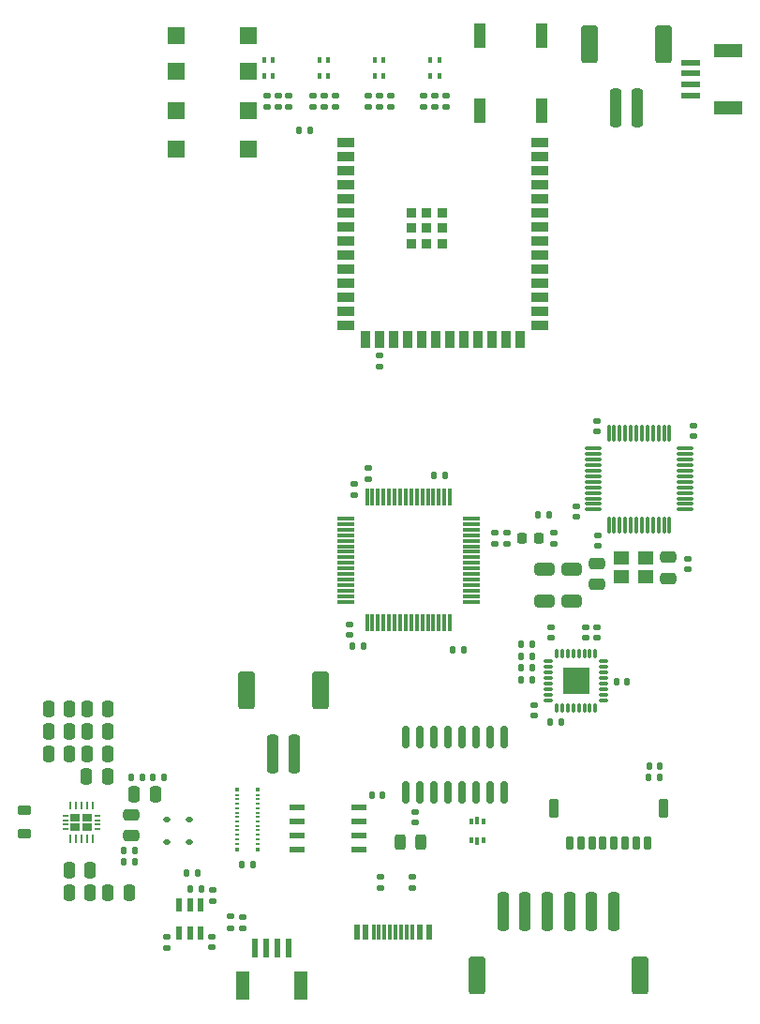
<source format=gbr>
%TF.GenerationSoftware,KiCad,Pcbnew,7.0.5*%
%TF.CreationDate,2023-12-19T13:48:19-08:00*%
%TF.ProjectId,EV11 Board Design,45563131-2042-46f6-9172-642044657369,EV9*%
%TF.SameCoordinates,Original*%
%TF.FileFunction,Paste,Top*%
%TF.FilePolarity,Positive*%
%FSLAX46Y46*%
G04 Gerber Fmt 4.6, Leading zero omitted, Abs format (unit mm)*
G04 Created by KiCad (PCBNEW 7.0.5) date 2023-12-19 13:48:19*
%MOMM*%
%LPD*%
G01*
G04 APERTURE LIST*
G04 Aperture macros list*
%AMRoundRect*
0 Rectangle with rounded corners*
0 $1 Rounding radius*
0 $2 $3 $4 $5 $6 $7 $8 $9 X,Y pos of 4 corners*
0 Add a 4 corners polygon primitive as box body*
4,1,4,$2,$3,$4,$5,$6,$7,$8,$9,$2,$3,0*
0 Add four circle primitives for the rounded corners*
1,1,$1+$1,$2,$3*
1,1,$1+$1,$4,$5*
1,1,$1+$1,$6,$7*
1,1,$1+$1,$8,$9*
0 Add four rect primitives between the rounded corners*
20,1,$1+$1,$2,$3,$4,$5,0*
20,1,$1+$1,$4,$5,$6,$7,0*
20,1,$1+$1,$6,$7,$8,$9,0*
20,1,$1+$1,$8,$9,$2,$3,0*%
G04 Aperture macros list end*
%ADD10C,0.010000*%
%ADD11RoundRect,0.250000X0.250000X0.475000X-0.250000X0.475000X-0.250000X-0.475000X0.250000X-0.475000X0*%
%ADD12RoundRect,0.140000X-0.170000X0.140000X-0.170000X-0.140000X0.170000X-0.140000X0.170000X0.140000X0*%
%ADD13R,1.422400X0.533400*%
%ADD14RoundRect,0.250000X-0.475000X0.250000X-0.475000X-0.250000X0.475000X-0.250000X0.475000X0.250000X0*%
%ADD15RoundRect,0.140000X-0.140000X-0.170000X0.140000X-0.170000X0.140000X0.170000X-0.140000X0.170000X0*%
%ADD16RoundRect,0.250000X-0.250000X-0.475000X0.250000X-0.475000X0.250000X0.475000X-0.250000X0.475000X0*%
%ADD17RoundRect,0.075000X0.075000X-0.662500X0.075000X0.662500X-0.075000X0.662500X-0.075000X-0.662500X0*%
%ADD18RoundRect,0.075000X0.662500X-0.075000X0.662500X0.075000X-0.662500X0.075000X-0.662500X-0.075000X0*%
%ADD19RoundRect,0.135000X0.135000X0.185000X-0.135000X0.185000X-0.135000X-0.185000X0.135000X-0.185000X0*%
%ADD20R,1.500000X1.500000*%
%ADD21RoundRect,0.140000X0.140000X0.170000X-0.140000X0.170000X-0.140000X-0.170000X0.140000X-0.170000X0*%
%ADD22RoundRect,0.140000X0.170000X-0.140000X0.170000X0.140000X-0.170000X0.140000X-0.170000X-0.140000X0*%
%ADD23RoundRect,0.135000X-0.185000X0.135000X-0.185000X-0.135000X0.185000X-0.135000X0.185000X0.135000X0*%
%ADD24RoundRect,0.135000X-0.135000X-0.185000X0.135000X-0.185000X0.135000X0.185000X-0.135000X0.185000X0*%
%ADD25RoundRect,0.150000X0.150000X0.475000X-0.150000X0.475000X-0.150000X-0.475000X0.150000X-0.475000X0*%
%ADD26RoundRect,0.225000X0.225000X0.625000X-0.225000X0.625000X-0.225000X-0.625000X0.225000X-0.625000X0*%
%ADD27R,0.400000X0.410000*%
%ADD28R,0.400000X0.200000*%
%ADD29RoundRect,0.075000X0.700000X0.075000X-0.700000X0.075000X-0.700000X-0.075000X0.700000X-0.075000X0*%
%ADD30RoundRect,0.075000X0.075000X0.700000X-0.075000X0.700000X-0.075000X-0.700000X0.075000X-0.700000X0*%
%ADD31RoundRect,0.250000X0.250000X1.500000X-0.250000X1.500000X-0.250000X-1.500000X0.250000X-1.500000X0*%
%ADD32RoundRect,0.250001X0.499999X1.449999X-0.499999X1.449999X-0.499999X-1.449999X0.499999X-1.449999X0*%
%ADD33RoundRect,0.243750X-0.243750X-0.456250X0.243750X-0.456250X0.243750X0.456250X-0.243750X0.456250X0*%
%ADD34R,1.700000X0.500000*%
%ADD35R,2.500000X1.200000*%
%ADD36RoundRect,0.218750X-0.218750X-0.256250X0.218750X-0.256250X0.218750X0.256250X-0.218750X0.256250X0*%
%ADD37RoundRect,0.040600X-0.249400X0.564400X-0.249400X-0.564400X0.249400X-0.564400X0.249400X0.564400X0*%
%ADD38RoundRect,0.135000X0.185000X-0.135000X0.185000X0.135000X-0.185000X0.135000X-0.185000X-0.135000X0*%
%ADD39R,1.120000X2.160000*%
%ADD40RoundRect,0.250000X0.650000X-0.325000X0.650000X0.325000X-0.650000X0.325000X-0.650000X-0.325000X0*%
%ADD41RoundRect,0.112500X-0.187500X-0.112500X0.187500X-0.112500X0.187500X0.112500X-0.187500X0.112500X0*%
%ADD42RoundRect,0.218750X0.381250X-0.218750X0.381250X0.218750X-0.381250X0.218750X-0.381250X-0.218750X0*%
%ADD43RoundRect,0.007500X-0.372500X-0.117500X0.372500X-0.117500X0.372500X0.117500X-0.372500X0.117500X0*%
%ADD44RoundRect,0.007500X0.117500X-0.372500X0.117500X0.372500X-0.117500X0.372500X-0.117500X-0.372500X0*%
%ADD45RoundRect,0.250000X0.475000X-0.250000X0.475000X0.250000X-0.475000X0.250000X-0.475000X-0.250000X0*%
%ADD46R,0.400000X0.600000*%
%ADD47RoundRect,0.150000X0.150000X-0.825000X0.150000X0.825000X-0.150000X0.825000X-0.150000X-0.825000X0*%
%ADD48R,0.500000X1.700000*%
%ADD49R,1.200000X2.500000*%
%ADD50R,0.900000X0.900000*%
%ADD51R,1.500000X0.900000*%
%ADD52R,0.900000X1.500000*%
%ADD53RoundRect,0.250000X-0.250000X-1.500000X0.250000X-1.500000X0.250000X1.500000X-0.250000X1.500000X0*%
%ADD54RoundRect,0.250001X-0.499999X-1.449999X0.499999X-1.449999X0.499999X1.449999X-0.499999X1.449999X0*%
%ADD55R,0.600000X1.450000*%
%ADD56R,0.300000X1.450000*%
%ADD57R,0.375000X0.500000*%
%ADD58R,0.300000X0.650000*%
%ADD59R,0.230000X0.230000*%
%ADD60O,0.230000X0.800000*%
%ADD61R,0.600000X0.230000*%
%ADD62R,0.600000X0.150000*%
%ADD63R,0.900000X0.650000*%
%ADD64R,1.400000X1.200000*%
G04 APERTURE END LIST*
%TO.C,U6*%
D10*
X167990000Y-117475000D02*
X165690000Y-117475000D01*
X165690000Y-115175000D01*
X167990000Y-115175000D01*
X167990000Y-117475000D01*
G36*
X167990000Y-117475000D02*
G01*
X165690000Y-117475000D01*
X165690000Y-115175000D01*
X167990000Y-115175000D01*
X167990000Y-117475000D01*
G37*
%TD*%
D11*
%TO.C,C45*%
X121100000Y-118870000D03*
X119200000Y-118870000D03*
%TD*%
D12*
%TO.C,C13*%
X146380000Y-111220000D03*
X146380000Y-112180000D03*
%TD*%
D13*
%TO.C,CR1*%
X141606000Y-127795000D03*
X141606000Y-129065000D03*
X141606000Y-130335000D03*
X141606000Y-131605000D03*
X147194000Y-131605000D03*
X147194000Y-130335000D03*
X147194000Y-129065000D03*
X147194000Y-127795000D03*
%TD*%
D12*
%TO.C,C1*%
X133900000Y-139430000D03*
X133900000Y-140390000D03*
%TD*%
D14*
%TO.C,C40*%
X126680000Y-128440000D03*
X126680000Y-130340000D03*
%TD*%
D15*
%TO.C,C22*%
X146660000Y-113240000D03*
X147620000Y-113240000D03*
%TD*%
D16*
%TO.C,C39*%
X124550000Y-135460000D03*
X126450000Y-135460000D03*
%TD*%
D17*
%TO.C,U5*%
X169787500Y-102287500D03*
X170287500Y-102287500D03*
X170787500Y-102287500D03*
X171287500Y-102287500D03*
X171787500Y-102287500D03*
X172287500Y-102287500D03*
X172787500Y-102287500D03*
X173287500Y-102287500D03*
X173787500Y-102287500D03*
X174287500Y-102287500D03*
X174787500Y-102287500D03*
X175287500Y-102287500D03*
D18*
X176700000Y-100875000D03*
X176700000Y-100375000D03*
X176700000Y-99875000D03*
X176700000Y-99375000D03*
X176700000Y-98875000D03*
X176700000Y-98375000D03*
X176700000Y-97875000D03*
X176700000Y-97375000D03*
X176700000Y-96875000D03*
X176700000Y-96375000D03*
X176700000Y-95875000D03*
X176700000Y-95375000D03*
D17*
X175287500Y-93962500D03*
X174787500Y-93962500D03*
X174287500Y-93962500D03*
X173787500Y-93962500D03*
X173287500Y-93962500D03*
X172787500Y-93962500D03*
X172287500Y-93962500D03*
X171787500Y-93962500D03*
X171287500Y-93962500D03*
X170787500Y-93962500D03*
X170287500Y-93962500D03*
X169787500Y-93962500D03*
D18*
X168375000Y-95375000D03*
X168375000Y-95875000D03*
X168375000Y-96375000D03*
X168375000Y-96875000D03*
X168375000Y-97375000D03*
X168375000Y-97875000D03*
X168375000Y-98375000D03*
X168375000Y-98875000D03*
X168375000Y-99375000D03*
X168375000Y-99875000D03*
X168375000Y-100375000D03*
X168375000Y-100875000D03*
%TD*%
D19*
%TO.C,R1*%
X126970000Y-132660000D03*
X125950000Y-132660000D03*
%TD*%
D20*
%TO.C,J4*%
X137250000Y-64825000D03*
X130750000Y-64825000D03*
X137250000Y-61325000D03*
X130750000Y-61325000D03*
X137250000Y-58125000D03*
X130750000Y-58125000D03*
X137250000Y-68325000D03*
X130750000Y-68325000D03*
%TD*%
D11*
%TO.C,C38*%
X122940000Y-135470000D03*
X121040000Y-135470000D03*
%TD*%
D19*
%TO.C,R20*%
X129600000Y-125060000D03*
X128580000Y-125060000D03*
%TD*%
D21*
%TO.C,C33*%
X149380000Y-126700000D03*
X148420000Y-126700000D03*
%TD*%
D16*
%TO.C,C42*%
X122620000Y-124960000D03*
X124520000Y-124960000D03*
%TD*%
D22*
%TO.C,C14*%
X146770000Y-99530000D03*
X146770000Y-98570000D03*
%TD*%
D14*
%TO.C,C4*%
X168737500Y-105725000D03*
X168737500Y-107625000D03*
%TD*%
D22*
%TO.C,C3*%
X168737500Y-112455000D03*
X168737500Y-111495000D03*
%TD*%
D23*
%TO.C,R3*%
X149137500Y-134010000D03*
X149137500Y-135030000D03*
%TD*%
D24*
%TO.C,R5*%
X163380000Y-101360000D03*
X164400000Y-101360000D03*
%TD*%
%TO.C,R10*%
X173400000Y-125090000D03*
X174420000Y-125090000D03*
%TD*%
D25*
%TO.C,J10*%
X173270000Y-130965000D03*
X172270000Y-130965000D03*
X171270000Y-130965000D03*
X170270000Y-130965000D03*
X169270000Y-130965000D03*
X168270000Y-130965000D03*
X167270000Y-130965000D03*
X166270000Y-130965000D03*
D26*
X174720000Y-127840000D03*
X164820000Y-127840000D03*
%TD*%
D27*
%TO.C,U13*%
X136227500Y-131540000D03*
D28*
X136227500Y-131035000D03*
X136227500Y-130635000D03*
X136227500Y-130232924D03*
X136227500Y-129835000D03*
X136227500Y-129435000D03*
X136227500Y-129035000D03*
X136227500Y-128635000D03*
X136227500Y-128235000D03*
X136227500Y-127835000D03*
X136227500Y-127435000D03*
X136227500Y-127035000D03*
X136227500Y-126635000D03*
D27*
X136227500Y-126130000D03*
X138107500Y-126130000D03*
D28*
X138107500Y-126635000D03*
X138107500Y-127035000D03*
X138107500Y-127435000D03*
X138107500Y-127835000D03*
X138107500Y-128235000D03*
X138107500Y-128635000D03*
X138107500Y-129035000D03*
X138107500Y-129435000D03*
X138107500Y-129835000D03*
X138107500Y-130232924D03*
X138107500Y-130635000D03*
X138107500Y-131035000D03*
D27*
X138107500Y-131540000D03*
%TD*%
D29*
%TO.C,U1*%
X157370000Y-109190000D03*
X157370000Y-108690000D03*
X157370000Y-108190000D03*
X157370000Y-107690000D03*
X157370000Y-107190000D03*
X157370000Y-106690000D03*
X157370000Y-106190000D03*
X157370000Y-105690000D03*
X157370000Y-105190000D03*
X157370000Y-104690000D03*
X157370000Y-104190000D03*
X157370000Y-103690000D03*
X157370000Y-103190000D03*
X157370000Y-102690000D03*
X157370000Y-102190000D03*
X157370000Y-101690000D03*
D30*
X155445000Y-99765000D03*
X154945000Y-99765000D03*
X154445000Y-99765000D03*
X153945000Y-99765000D03*
X153445000Y-99765000D03*
X152945000Y-99765000D03*
X152445000Y-99765000D03*
X151945000Y-99765000D03*
X151445000Y-99765000D03*
X150945000Y-99765000D03*
X150445000Y-99765000D03*
X149945000Y-99765000D03*
X149445000Y-99765000D03*
X148945000Y-99765000D03*
X148445000Y-99765000D03*
X147945000Y-99765000D03*
D29*
X146020000Y-101690000D03*
X146020000Y-102190000D03*
X146020000Y-102690000D03*
X146020000Y-103190000D03*
X146020000Y-103690000D03*
X146020000Y-104190000D03*
X146020000Y-104690000D03*
X146020000Y-105190000D03*
X146020000Y-105690000D03*
X146020000Y-106190000D03*
X146020000Y-106690000D03*
X146020000Y-107190000D03*
X146020000Y-107690000D03*
X146020000Y-108190000D03*
X146020000Y-108690000D03*
X146020000Y-109190000D03*
D30*
X147945000Y-111115000D03*
X148445000Y-111115000D03*
X148945000Y-111115000D03*
X149445000Y-111115000D03*
X149945000Y-111115000D03*
X150445000Y-111115000D03*
X150945000Y-111115000D03*
X151445000Y-111115000D03*
X151945000Y-111115000D03*
X152445000Y-111115000D03*
X152945000Y-111115000D03*
X153445000Y-111115000D03*
X153945000Y-111115000D03*
X154445000Y-111115000D03*
X154945000Y-111115000D03*
X155445000Y-111115000D03*
%TD*%
D22*
%TO.C,C16*%
X163037500Y-119505000D03*
X163037500Y-118545000D03*
%TD*%
D31*
%TO.C,J1*%
X141400000Y-122950000D03*
X139400000Y-122950000D03*
D32*
X143750000Y-117200000D03*
X137050000Y-117200000D03*
%TD*%
D33*
%TO.C,D1*%
X150932500Y-130940000D03*
X152807500Y-130940000D03*
%TD*%
D16*
%TO.C,C48*%
X122660000Y-120890000D03*
X124560000Y-120890000D03*
%TD*%
D34*
%TO.C,J13*%
X177200000Y-63500000D03*
X177200000Y-62500000D03*
X177200000Y-61500000D03*
X177200000Y-60500000D03*
D35*
X180600000Y-64600000D03*
X180600000Y-59400000D03*
%TD*%
D36*
%TO.C,120R1*%
X161912500Y-103425000D03*
X163487500Y-103425000D03*
%TD*%
D37*
%TO.C,U2*%
X132900000Y-136565000D03*
X131950000Y-136565000D03*
X131000000Y-136565000D03*
X131000000Y-139075000D03*
X131950000Y-139075000D03*
X132900000Y-139075000D03*
%TD*%
D38*
%TO.C,R22*%
X134040000Y-136230000D03*
X134040000Y-135210000D03*
%TD*%
%TO.C,R17*%
X154100000Y-64510000D03*
X154100000Y-63490000D03*
%TD*%
D23*
%TO.C,R13*%
X140900000Y-63490000D03*
X140900000Y-64510000D03*
%TD*%
D19*
%TO.C,R19*%
X127650000Y-125060000D03*
X126630000Y-125060000D03*
%TD*%
%TO.C,R4*%
X142810000Y-66600000D03*
X141790000Y-66600000D03*
%TD*%
D12*
%TO.C,C8*%
X159500000Y-102995000D03*
X159500000Y-103955000D03*
%TD*%
D16*
%TO.C,C46*%
X122650000Y-118860000D03*
X124550000Y-118860000D03*
%TD*%
D24*
%TO.C,R27*%
X131990000Y-135120000D03*
X133010000Y-135120000D03*
%TD*%
D23*
%TO.C,R12*%
X148100000Y-63490000D03*
X148100000Y-64510000D03*
%TD*%
%TO.C,R11*%
X149100000Y-63490000D03*
X149100000Y-64510000D03*
%TD*%
D12*
%TO.C,C21*%
X148080000Y-97140000D03*
X148080000Y-98100000D03*
%TD*%
D39*
%TO.C,SW5*%
X158112000Y-58095000D03*
X158112000Y-64825000D03*
%TD*%
D23*
%TO.C,R6*%
X150100000Y-63490000D03*
X150100000Y-64510000D03*
%TD*%
D38*
%TO.C,R16*%
X155100000Y-64510000D03*
X155100000Y-63490000D03*
%TD*%
D40*
%TO.C,C29*%
X166437500Y-109180000D03*
X166437500Y-106230000D03*
%TD*%
D24*
%TO.C,R21*%
X125940000Y-131670000D03*
X126960000Y-131670000D03*
%TD*%
D41*
%TO.C,D2*%
X129832500Y-128830000D03*
X131932500Y-128830000D03*
%TD*%
D12*
%TO.C,C10*%
X164800000Y-102995000D03*
X164800000Y-103955000D03*
%TD*%
D38*
%TO.C,R24*%
X144100000Y-64510000D03*
X144100000Y-63490000D03*
%TD*%
D15*
%TO.C,C36*%
X173450000Y-124070000D03*
X174410000Y-124070000D03*
%TD*%
D12*
%TO.C,C35*%
X176920000Y-105330000D03*
X176920000Y-106290000D03*
%TD*%
D21*
%TO.C,C12*%
X156690000Y-113530000D03*
X155730000Y-113530000D03*
%TD*%
D38*
%TO.C,R18*%
X153099500Y-64510000D03*
X153099500Y-63490000D03*
%TD*%
D23*
%TO.C,R2*%
X152087500Y-134015000D03*
X152087500Y-135035000D03*
%TD*%
D22*
%TO.C,C25*%
X177437500Y-94255000D03*
X177437500Y-93295000D03*
%TD*%
D38*
%TO.C,R32*%
X149100000Y-88010000D03*
X149100000Y-86990000D03*
%TD*%
D23*
%TO.C,R8*%
X135627500Y-137625000D03*
X135627500Y-138645000D03*
%TD*%
D42*
%TO.C,L1*%
X117030000Y-130102500D03*
X117030000Y-127977500D03*
%TD*%
D15*
%TO.C,C15*%
X164507500Y-120075000D03*
X165467500Y-120075000D03*
%TD*%
D23*
%TO.C,R15*%
X138900000Y-63490000D03*
X138900000Y-64510000D03*
%TD*%
D43*
%TO.C,U6*%
X164365000Y-114575000D03*
X164365000Y-115075000D03*
X164365000Y-115575000D03*
X164365000Y-116075000D03*
X164365000Y-116575000D03*
X164365000Y-117075000D03*
X164365000Y-117575000D03*
X164365000Y-118075000D03*
D44*
X165090000Y-118800000D03*
X165590000Y-118800000D03*
X166090000Y-118800000D03*
X166590000Y-118800000D03*
X167090000Y-118800000D03*
X167590000Y-118800000D03*
X168090000Y-118800000D03*
X168590000Y-118800000D03*
D43*
X169315000Y-118075000D03*
X169315000Y-117575000D03*
X169315000Y-117075000D03*
X169315000Y-116575000D03*
X169315000Y-116075000D03*
X169315000Y-115575000D03*
X169315000Y-115075000D03*
X169315000Y-114575000D03*
D44*
X168590000Y-113850000D03*
X168090000Y-113850000D03*
X167590000Y-113850000D03*
X167090000Y-113850000D03*
X166590000Y-113850000D03*
X166090000Y-113850000D03*
X165590000Y-113850000D03*
X165090000Y-113850000D03*
%TD*%
D45*
%TO.C,C23*%
X175187500Y-107075000D03*
X175187500Y-105175000D03*
%TD*%
D19*
%TO.C,R9*%
X162897500Y-113075000D03*
X161877500Y-113075000D03*
%TD*%
D23*
%TO.C,R14*%
X139900000Y-63490000D03*
X139900000Y-64510000D03*
%TD*%
D40*
%TO.C,C30*%
X164007500Y-109180000D03*
X164007500Y-106230000D03*
%TD*%
D39*
%TO.C,SW4*%
X163700000Y-58095000D03*
X163700000Y-64825000D03*
%TD*%
D46*
%TO.C,D4*%
X153662500Y-61695000D03*
X153662500Y-60295000D03*
X154462500Y-60295000D03*
X154462500Y-61695000D03*
%TD*%
D41*
%TO.C,D6*%
X129830000Y-130890000D03*
X131930000Y-130890000D03*
%TD*%
D47*
%TO.C,U3*%
X151492500Y-126370000D03*
X152762500Y-126370000D03*
X154032500Y-126370000D03*
X155302500Y-126370000D03*
X156572500Y-126370000D03*
X157842500Y-126370000D03*
X159112500Y-126370000D03*
X160382500Y-126370000D03*
X160382500Y-121420000D03*
X159112500Y-121420000D03*
X157842500Y-121420000D03*
X156572500Y-121420000D03*
X155302500Y-121420000D03*
X154032500Y-121420000D03*
X152762500Y-121420000D03*
X151492500Y-121420000D03*
%TD*%
D38*
%TO.C,R23*%
X145100000Y-64510000D03*
X145100000Y-63490000D03*
%TD*%
D12*
%TO.C,C34*%
X168730000Y-92880000D03*
X168730000Y-93840000D03*
%TD*%
D48*
%TO.C,J7*%
X137840000Y-140470000D03*
X138840000Y-140470000D03*
X139840000Y-140470000D03*
X140840000Y-140470000D03*
D49*
X136740000Y-143870000D03*
X141940000Y-143870000D03*
%TD*%
D19*
%TO.C,R41*%
X137627500Y-132905000D03*
X136607500Y-132905000D03*
%TD*%
D15*
%TO.C,C18*%
X161907500Y-116225000D03*
X162867500Y-116225000D03*
%TD*%
%TO.C,C2*%
X131660000Y-133680000D03*
X132620000Y-133680000D03*
%TD*%
%TO.C,C6*%
X170497500Y-116405000D03*
X171457500Y-116405000D03*
%TD*%
D16*
%TO.C,C41*%
X126910000Y-126610000D03*
X128810000Y-126610000D03*
%TD*%
D46*
%TO.C,D3*%
X138662500Y-61695000D03*
X138662500Y-60295000D03*
X139462500Y-60295000D03*
X139462500Y-61695000D03*
%TD*%
D50*
%TO.C,U11*%
X151920606Y-76860000D03*
X151925000Y-74060000D03*
X151925000Y-75460000D03*
X153320606Y-76860000D03*
X153325000Y-74060000D03*
X153325000Y-75460000D03*
X154720606Y-76860000D03*
X154725000Y-74060000D03*
X154725000Y-75460000D03*
D51*
X146075000Y-67740000D03*
X146075000Y-69010000D03*
X146075000Y-70280000D03*
X146075000Y-71550000D03*
X146075000Y-72820000D03*
X146075000Y-74090000D03*
X146075000Y-75360000D03*
X146075000Y-76630000D03*
X146075000Y-77900000D03*
X146075000Y-79170000D03*
X146075000Y-80440000D03*
X146075000Y-81710000D03*
X146075000Y-82980000D03*
X146075000Y-84250000D03*
D52*
X147840000Y-85500000D03*
X149110000Y-85500000D03*
X150380000Y-85500000D03*
X151650000Y-85500000D03*
X152920000Y-85500000D03*
X154190000Y-85500000D03*
X155460000Y-85500000D03*
X156730000Y-85500000D03*
X158000000Y-85500000D03*
X159270000Y-85500000D03*
X160540000Y-85500000D03*
X161810000Y-85500000D03*
D51*
X163575000Y-84250000D03*
X163575000Y-82980000D03*
X163575000Y-81710000D03*
X163575000Y-80440000D03*
X163575000Y-79170000D03*
X163575000Y-77900000D03*
X163575000Y-76630000D03*
X163575000Y-75360000D03*
X163575000Y-74090000D03*
X163575000Y-72820000D03*
X163575000Y-71550000D03*
X163575000Y-70280000D03*
X163575000Y-69010000D03*
X163575000Y-67740000D03*
%TD*%
D23*
%TO.C,R26*%
X129890000Y-139410000D03*
X129890000Y-140430000D03*
%TD*%
D15*
%TO.C,C17*%
X161907500Y-115175000D03*
X162867500Y-115175000D03*
%TD*%
D12*
%TO.C,C7*%
X164537500Y-111495000D03*
X164537500Y-112455000D03*
%TD*%
D53*
%TO.C,J11*%
X160237500Y-137175000D03*
X162237500Y-137175000D03*
X164237500Y-137175000D03*
X166237500Y-137175000D03*
X168237500Y-137175000D03*
X170237500Y-137175000D03*
D54*
X157887500Y-142925000D03*
X172587500Y-142925000D03*
%TD*%
D22*
%TO.C,C32*%
X152297500Y-129135000D03*
X152297500Y-128175000D03*
%TD*%
D12*
%TO.C,C31*%
X167687500Y-111495000D03*
X167687500Y-112455000D03*
%TD*%
D11*
%TO.C,C43*%
X121080000Y-122930000D03*
X119180000Y-122930000D03*
%TD*%
D12*
%TO.C,C9*%
X160600000Y-102995000D03*
X160600000Y-103955000D03*
%TD*%
%TO.C,C24*%
X168847500Y-103185000D03*
X168847500Y-104145000D03*
%TD*%
D31*
%TO.C,J5*%
X172390000Y-64610000D03*
X170390000Y-64610000D03*
D32*
X174740000Y-58860000D03*
X168040000Y-58860000D03*
%TD*%
D55*
%TO.C,J9*%
X147037500Y-139001000D03*
X147837500Y-139001000D03*
D56*
X149037500Y-139001000D03*
X150037500Y-139001000D03*
X150537500Y-139001000D03*
X151537500Y-139001000D03*
D55*
X152737500Y-139001000D03*
X153537500Y-139001000D03*
X153537500Y-139001000D03*
X152737500Y-139001000D03*
D56*
X152037500Y-139001000D03*
X151037500Y-139001000D03*
X149537500Y-139001000D03*
X148537500Y-139001000D03*
D55*
X147837500Y-139001000D03*
X147037500Y-139001000D03*
%TD*%
D46*
%TO.C,D5*%
X143662500Y-61695000D03*
X143662500Y-60295000D03*
X144462500Y-60295000D03*
X144462500Y-61695000D03*
%TD*%
D15*
%TO.C,C11*%
X154020000Y-97775000D03*
X154980000Y-97775000D03*
%TD*%
D46*
%TO.C,D18*%
X148662500Y-61695000D03*
X148662500Y-60295000D03*
X149462500Y-60295000D03*
X149462500Y-61695000D03*
%TD*%
D57*
%TO.C,U4*%
X157372500Y-130760000D03*
D58*
X157910000Y-130835000D03*
D57*
X158447500Y-130760000D03*
X158447500Y-129060000D03*
D58*
X157910000Y-128985000D03*
D57*
X157372500Y-129060000D03*
%TD*%
D11*
%TO.C,C37*%
X122960000Y-133440000D03*
X121060000Y-133440000D03*
%TD*%
D21*
%TO.C,C28*%
X162867500Y-114125000D03*
X161907500Y-114125000D03*
%TD*%
D23*
%TO.C,R7*%
X136737500Y-137665000D03*
X136737500Y-138685000D03*
%TD*%
D59*
%TO.C,U7*%
X121140000Y-130870000D03*
D60*
X121140000Y-130585000D03*
D59*
X121640000Y-130870000D03*
D60*
X121640000Y-130585000D03*
D59*
X122140000Y-130870000D03*
D60*
X122140000Y-130585000D03*
D59*
X122640000Y-130870000D03*
D60*
X122640000Y-130585000D03*
D59*
X123140000Y-130870000D03*
D60*
X123140000Y-130585000D03*
X123140000Y-127635000D03*
D59*
X123140000Y-127350000D03*
D60*
X122640000Y-127635000D03*
D59*
X122640000Y-127350000D03*
D60*
X122140000Y-127635000D03*
D59*
X122140000Y-127350000D03*
D60*
X121640000Y-127635000D03*
D59*
X121640000Y-127350000D03*
D60*
X121140000Y-127635000D03*
D59*
X121140000Y-127350000D03*
D61*
X120715000Y-129710000D03*
D62*
X120715000Y-129710000D03*
D61*
X123565000Y-129710000D03*
D62*
X123565000Y-129710000D03*
D63*
X121580000Y-129545000D03*
X122700000Y-129545000D03*
D61*
X120715000Y-129310000D03*
D62*
X120715000Y-129310000D03*
D61*
X123565000Y-129310000D03*
D62*
X123565000Y-129310000D03*
D61*
X120715000Y-128910000D03*
D62*
X120715000Y-128910000D03*
D61*
X123565000Y-128910000D03*
D62*
X123565000Y-128910000D03*
D63*
X121580000Y-128675000D03*
X122700000Y-128675000D03*
D61*
X120715000Y-128510000D03*
D62*
X120715000Y-128510000D03*
D61*
X123565000Y-128510000D03*
D62*
X123565000Y-128510000D03*
%TD*%
D16*
%TO.C,C47*%
X122650000Y-122920000D03*
X124550000Y-122920000D03*
%TD*%
D11*
%TO.C,C44*%
X121090000Y-120900000D03*
X119190000Y-120900000D03*
%TD*%
D22*
%TO.C,C26*%
X166840000Y-101550000D03*
X166840000Y-100590000D03*
%TD*%
D38*
%TO.C,R25*%
X143084000Y-64510000D03*
X143084000Y-63490000D03*
%TD*%
D64*
%TO.C,Y1*%
X170887500Y-106975000D03*
X173087500Y-106975000D03*
X173087500Y-105275000D03*
X170887500Y-105275000D03*
%TD*%
M02*

</source>
